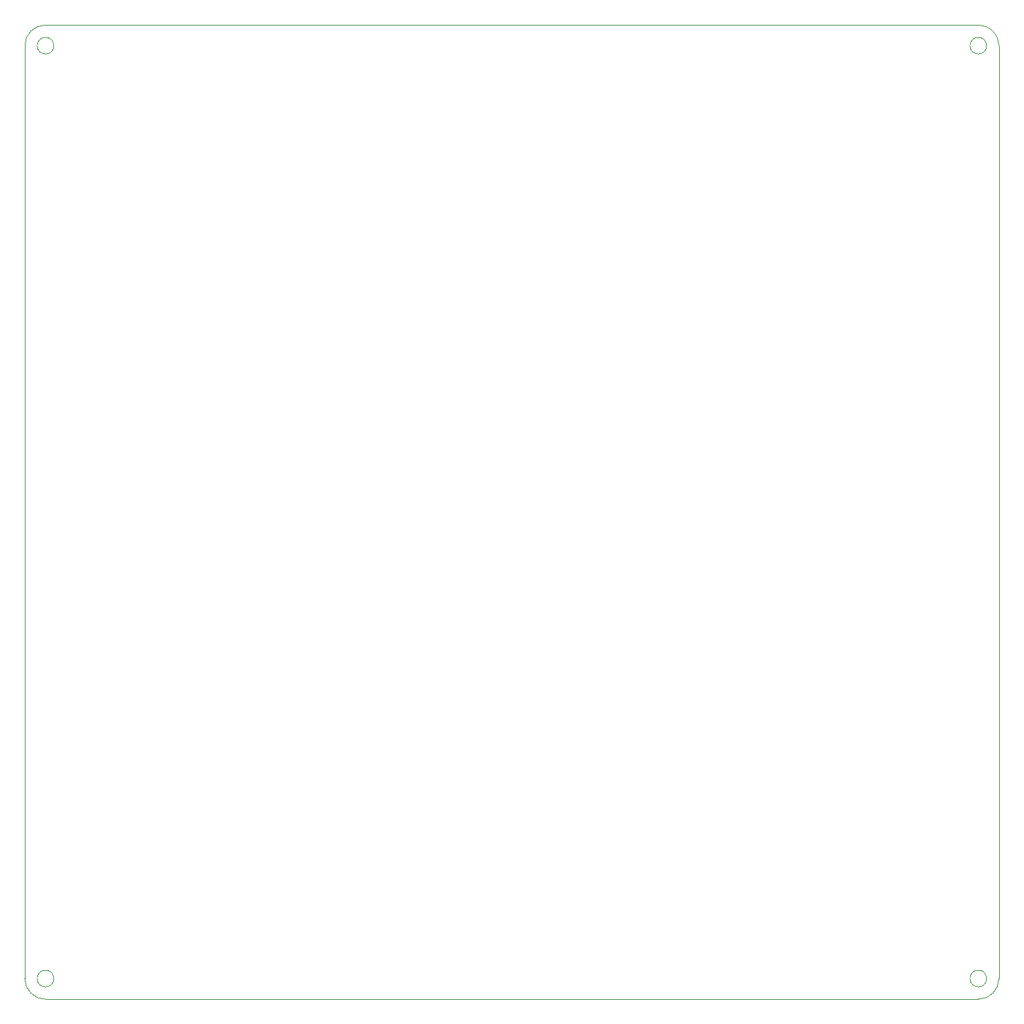
<source format=gm1>
G04 #@! TF.GenerationSoftware,KiCad,Pcbnew,(6.0.9)*
G04 #@! TF.CreationDate,2023-02-20T14:12:10-05:00*
G04 #@! TF.ProjectId,UDuino,55447569-6e6f-42e6-9b69-6361645f7063,rev?*
G04 #@! TF.SameCoordinates,Original*
G04 #@! TF.FileFunction,Profile,NP*
%FSLAX46Y46*%
G04 Gerber Fmt 4.6, Leading zero omitted, Abs format (unit mm)*
G04 Created by KiCad (PCBNEW (6.0.9)) date 2023-02-20 14:12:10*
%MOMM*%
%LPD*%
G01*
G04 APERTURE LIST*
G04 #@! TA.AperFunction,Profile*
%ADD10C,0.100000*%
G04 #@! TD*
G04 APERTURE END LIST*
D10*
X116840000Y-119380000D02*
G75*
G03*
X119380000Y-116840000I0J2540000D01*
G01*
X119380000Y-116840000D02*
X119380000Y-2540000D01*
X2540000Y0D02*
G75*
G03*
X0Y-2540000I0J-2540000D01*
G01*
X117856000Y-2540000D02*
G75*
G03*
X117856000Y-2540000I-1016000J0D01*
G01*
X116840000Y0D02*
X2540000Y0D01*
X3556000Y-116840000D02*
G75*
G03*
X3556000Y-116840000I-1016000J0D01*
G01*
X0Y-2540000D02*
X0Y-116840000D01*
X0Y-116840000D02*
G75*
G03*
X2540000Y-119380000I2540000J0D01*
G01*
X3556000Y-2540000D02*
G75*
G03*
X3556000Y-2540000I-1016000J0D01*
G01*
X119380000Y-2540000D02*
G75*
G03*
X116840000Y0I-2540000J0D01*
G01*
X117856000Y-116840000D02*
G75*
G03*
X117856000Y-116840000I-1016000J0D01*
G01*
X2540000Y-119380000D02*
X116840000Y-119380000D01*
M02*

</source>
